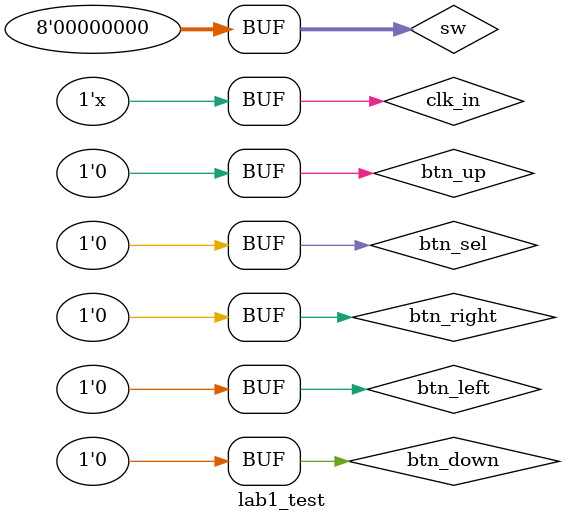
<source format=v>
`timescale 1ns / 1ns


module lab1_test;

	// Inputs
	reg clk_in;
	reg btn_up;
	reg btn_down;
	reg btn_left;
	reg btn_right;
	reg btn_sel;
	reg [7:0] sw;

	// Outputs
	wire [7:0] led;
	wire [7:0] rgb;
	wire hsync;
	wire vsync;
	wire [7:0] seg;
	wire [3:0] an;

	// Instantiate the Unit Under Test (UUT)
	lab1 uut (
		.clk_in(clk_in), 
		.btn_up(btn_up), 
		.btn_down(btn_down), 
		.btn_left(btn_left), 
		.btn_right(btn_right), 
		.btn_sel(btn_sel), 
		.sw(sw), 
		.led(led), 
		.rgb(rgb), 
		.hsync(hsync), 
		.vsync(vsync), 
		.seg(seg), 
		.an(an)
	);

	initial begin
		// Initialize Inputs
		clk_in = 0;
		btn_up = 0;
		btn_down = 0;
		btn_left = 0;
		btn_right = 0;
		btn_sel = 0;
		sw = 0;

		// Wait 100 ns for global reset to finish
		#100;
        
		// Add stimulus here
//		#1000 btn_sel = 1;
		#217000 btn_sel = 1;
		#1000 btn_sel = 0;
		#1000 btn_right = 1;
		#1000 btn_right = 0;
		#1000 btn_right = 1;
		#1000 btn_right = 0;

	end
	
	always begin
		#5 clk_in = !clk_in;
	end
      
endmodule


</source>
